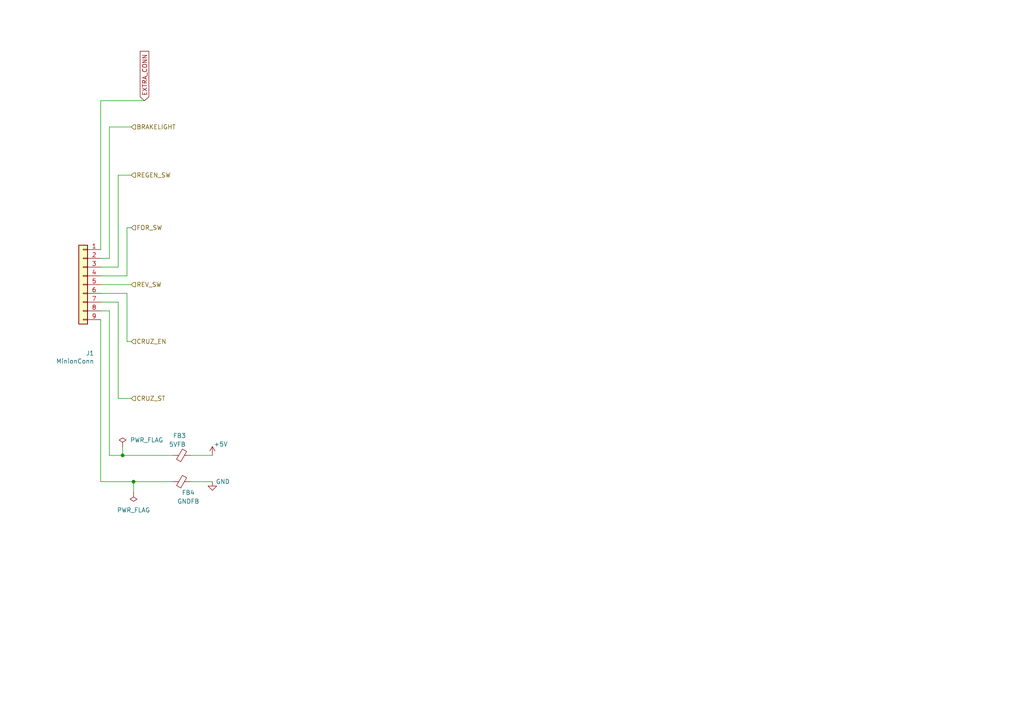
<source format=kicad_sch>
(kicad_sch (version 20230121) (generator eeschema)

  (uuid 8a904084-cb16-457f-9365-b5fbd4751c31)

  (paper "A4")

  (lib_symbols
    (symbol "Connector_Generic:Conn_01x09" (pin_names (offset 1.016) hide) (in_bom yes) (on_board yes)
      (property "Reference" "J" (at 0 12.7 0)
        (effects (font (size 1.27 1.27)))
      )
      (property "Value" "Conn_01x09" (at 0 -12.7 0)
        (effects (font (size 1.27 1.27)))
      )
      (property "Footprint" "" (at 0 0 0)
        (effects (font (size 1.27 1.27)) hide)
      )
      (property "Datasheet" "~" (at 0 0 0)
        (effects (font (size 1.27 1.27)) hide)
      )
      (property "ki_keywords" "connector" (at 0 0 0)
        (effects (font (size 1.27 1.27)) hide)
      )
      (property "ki_description" "Generic connector, single row, 01x09, script generated (kicad-library-utils/schlib/autogen/connector/)" (at 0 0 0)
        (effects (font (size 1.27 1.27)) hide)
      )
      (property "ki_fp_filters" "Connector*:*_1x??_*" (at 0 0 0)
        (effects (font (size 1.27 1.27)) hide)
      )
      (symbol "Conn_01x09_1_1"
        (rectangle (start -1.27 -10.033) (end 0 -10.287)
          (stroke (width 0.1524) (type default))
          (fill (type none))
        )
        (rectangle (start -1.27 -7.493) (end 0 -7.747)
          (stroke (width 0.1524) (type default))
          (fill (type none))
        )
        (rectangle (start -1.27 -4.953) (end 0 -5.207)
          (stroke (width 0.1524) (type default))
          (fill (type none))
        )
        (rectangle (start -1.27 -2.413) (end 0 -2.667)
          (stroke (width 0.1524) (type default))
          (fill (type none))
        )
        (rectangle (start -1.27 0.127) (end 0 -0.127)
          (stroke (width 0.1524) (type default))
          (fill (type none))
        )
        (rectangle (start -1.27 2.667) (end 0 2.413)
          (stroke (width 0.1524) (type default))
          (fill (type none))
        )
        (rectangle (start -1.27 5.207) (end 0 4.953)
          (stroke (width 0.1524) (type default))
          (fill (type none))
        )
        (rectangle (start -1.27 7.747) (end 0 7.493)
          (stroke (width 0.1524) (type default))
          (fill (type none))
        )
        (rectangle (start -1.27 10.287) (end 0 10.033)
          (stroke (width 0.1524) (type default))
          (fill (type none))
        )
        (rectangle (start -1.27 11.43) (end 1.27 -11.43)
          (stroke (width 0.254) (type default))
          (fill (type background))
        )
        (pin passive line (at -5.08 10.16 0) (length 3.81)
          (name "Pin_1" (effects (font (size 1.27 1.27))))
          (number "1" (effects (font (size 1.27 1.27))))
        )
        (pin passive line (at -5.08 7.62 0) (length 3.81)
          (name "Pin_2" (effects (font (size 1.27 1.27))))
          (number "2" (effects (font (size 1.27 1.27))))
        )
        (pin passive line (at -5.08 5.08 0) (length 3.81)
          (name "Pin_3" (effects (font (size 1.27 1.27))))
          (number "3" (effects (font (size 1.27 1.27))))
        )
        (pin passive line (at -5.08 2.54 0) (length 3.81)
          (name "Pin_4" (effects (font (size 1.27 1.27))))
          (number "4" (effects (font (size 1.27 1.27))))
        )
        (pin passive line (at -5.08 0 0) (length 3.81)
          (name "Pin_5" (effects (font (size 1.27 1.27))))
          (number "5" (effects (font (size 1.27 1.27))))
        )
        (pin passive line (at -5.08 -2.54 0) (length 3.81)
          (name "Pin_6" (effects (font (size 1.27 1.27))))
          (number "6" (effects (font (size 1.27 1.27))))
        )
        (pin passive line (at -5.08 -5.08 0) (length 3.81)
          (name "Pin_7" (effects (font (size 1.27 1.27))))
          (number "7" (effects (font (size 1.27 1.27))))
        )
        (pin passive line (at -5.08 -7.62 0) (length 3.81)
          (name "Pin_8" (effects (font (size 1.27 1.27))))
          (number "8" (effects (font (size 1.27 1.27))))
        )
        (pin passive line (at -5.08 -10.16 0) (length 3.81)
          (name "Pin_9" (effects (font (size 1.27 1.27))))
          (number "9" (effects (font (size 1.27 1.27))))
        )
      )
    )
    (symbol "Device:FerriteBead_Small" (pin_numbers hide) (pin_names (offset 0)) (in_bom yes) (on_board yes)
      (property "Reference" "FB" (at 1.905 1.27 0)
        (effects (font (size 1.27 1.27)) (justify left))
      )
      (property "Value" "FerriteBead_Small" (at 1.905 -1.27 0)
        (effects (font (size 1.27 1.27)) (justify left))
      )
      (property "Footprint" "" (at -1.778 0 90)
        (effects (font (size 1.27 1.27)) hide)
      )
      (property "Datasheet" "~" (at 0 0 0)
        (effects (font (size 1.27 1.27)) hide)
      )
      (property "ki_keywords" "L ferrite bead inductor filter" (at 0 0 0)
        (effects (font (size 1.27 1.27)) hide)
      )
      (property "ki_description" "Ferrite bead, small symbol" (at 0 0 0)
        (effects (font (size 1.27 1.27)) hide)
      )
      (property "ki_fp_filters" "Inductor_* L_* *Ferrite*" (at 0 0 0)
        (effects (font (size 1.27 1.27)) hide)
      )
      (symbol "FerriteBead_Small_0_1"
        (polyline
          (pts
            (xy 0 -1.27)
            (xy 0 -0.7874)
          )
          (stroke (width 0) (type default))
          (fill (type none))
        )
        (polyline
          (pts
            (xy 0 0.889)
            (xy 0 1.2954)
          )
          (stroke (width 0) (type default))
          (fill (type none))
        )
        (polyline
          (pts
            (xy -1.8288 0.2794)
            (xy -1.1176 1.4986)
            (xy 1.8288 -0.2032)
            (xy 1.1176 -1.4224)
            (xy -1.8288 0.2794)
          )
          (stroke (width 0) (type default))
          (fill (type none))
        )
      )
      (symbol "FerriteBead_Small_1_1"
        (pin passive line (at 0 2.54 270) (length 1.27)
          (name "~" (effects (font (size 1.27 1.27))))
          (number "1" (effects (font (size 1.27 1.27))))
        )
        (pin passive line (at 0 -2.54 90) (length 1.27)
          (name "~" (effects (font (size 1.27 1.27))))
          (number "2" (effects (font (size 1.27 1.27))))
        )
      )
    )
    (symbol "power:+5V" (power) (pin_names (offset 0)) (in_bom yes) (on_board yes)
      (property "Reference" "#PWR" (at 0 -3.81 0)
        (effects (font (size 1.27 1.27)) hide)
      )
      (property "Value" "+5V" (at 0 3.556 0)
        (effects (font (size 1.27 1.27)))
      )
      (property "Footprint" "" (at 0 0 0)
        (effects (font (size 1.27 1.27)) hide)
      )
      (property "Datasheet" "" (at 0 0 0)
        (effects (font (size 1.27 1.27)) hide)
      )
      (property "ki_keywords" "power-flag" (at 0 0 0)
        (effects (font (size 1.27 1.27)) hide)
      )
      (property "ki_description" "Power symbol creates a global label with name \"+5V\"" (at 0 0 0)
        (effects (font (size 1.27 1.27)) hide)
      )
      (symbol "+5V_0_1"
        (polyline
          (pts
            (xy -0.762 1.27)
            (xy 0 2.54)
          )
          (stroke (width 0) (type default))
          (fill (type none))
        )
        (polyline
          (pts
            (xy 0 0)
            (xy 0 2.54)
          )
          (stroke (width 0) (type default))
          (fill (type none))
        )
        (polyline
          (pts
            (xy 0 2.54)
            (xy 0.762 1.27)
          )
          (stroke (width 0) (type default))
          (fill (type none))
        )
      )
      (symbol "+5V_1_1"
        (pin power_in line (at 0 0 90) (length 0) hide
          (name "+5V" (effects (font (size 1.27 1.27))))
          (number "1" (effects (font (size 1.27 1.27))))
        )
      )
    )
    (symbol "power:GND" (power) (pin_names (offset 0)) (in_bom yes) (on_board yes)
      (property "Reference" "#PWR" (at 0 -6.35 0)
        (effects (font (size 1.27 1.27)) hide)
      )
      (property "Value" "GND" (at 0 -3.81 0)
        (effects (font (size 1.27 1.27)))
      )
      (property "Footprint" "" (at 0 0 0)
        (effects (font (size 1.27 1.27)) hide)
      )
      (property "Datasheet" "" (at 0 0 0)
        (effects (font (size 1.27 1.27)) hide)
      )
      (property "ki_keywords" "power-flag" (at 0 0 0)
        (effects (font (size 1.27 1.27)) hide)
      )
      (property "ki_description" "Power symbol creates a global label with name \"GND\" , ground" (at 0 0 0)
        (effects (font (size 1.27 1.27)) hide)
      )
      (symbol "GND_0_1"
        (polyline
          (pts
            (xy 0 0)
            (xy 0 -1.27)
            (xy 1.27 -1.27)
            (xy 0 -2.54)
            (xy -1.27 -1.27)
            (xy 0 -1.27)
          )
          (stroke (width 0) (type default))
          (fill (type none))
        )
      )
      (symbol "GND_1_1"
        (pin power_in line (at 0 0 270) (length 0) hide
          (name "GND" (effects (font (size 1.27 1.27))))
          (number "1" (effects (font (size 1.27 1.27))))
        )
      )
    )
    (symbol "power:PWR_FLAG" (power) (pin_numbers hide) (pin_names (offset 0) hide) (in_bom yes) (on_board yes)
      (property "Reference" "#FLG" (at 0 1.905 0)
        (effects (font (size 1.27 1.27)) hide)
      )
      (property "Value" "PWR_FLAG" (at 0 3.81 0)
        (effects (font (size 1.27 1.27)))
      )
      (property "Footprint" "" (at 0 0 0)
        (effects (font (size 1.27 1.27)) hide)
      )
      (property "Datasheet" "~" (at 0 0 0)
        (effects (font (size 1.27 1.27)) hide)
      )
      (property "ki_keywords" "power-flag" (at 0 0 0)
        (effects (font (size 1.27 1.27)) hide)
      )
      (property "ki_description" "Special symbol for telling ERC where power comes from" (at 0 0 0)
        (effects (font (size 1.27 1.27)) hide)
      )
      (symbol "PWR_FLAG_0_0"
        (pin power_out line (at 0 0 90) (length 0)
          (name "pwr" (effects (font (size 1.27 1.27))))
          (number "1" (effects (font (size 1.27 1.27))))
        )
      )
      (symbol "PWR_FLAG_0_1"
        (polyline
          (pts
            (xy 0 0)
            (xy 0 1.27)
            (xy -1.016 1.905)
            (xy 0 2.54)
            (xy 1.016 1.905)
            (xy 0 1.27)
          )
          (stroke (width 0) (type default))
          (fill (type none))
        )
      )
    )
  )

  (junction (at 38.735 139.7) (diameter 0) (color 0 0 0 0)
    (uuid 6b8032eb-3c48-424b-95a5-db51657410f0)
  )
  (junction (at 35.56 132.08) (diameter 0) (color 0 0 0 0)
    (uuid e5560833-6ce2-467b-a1f2-8ea8b255781f)
  )

  (wire (pts (xy 35.56 129.54) (xy 35.56 132.08))
    (stroke (width 0) (type default))
    (uuid 055fc01c-b90e-4fd6-bb94-b47d13a13ddc)
  )
  (wire (pts (xy 29.21 85.09) (xy 36.83 85.09))
    (stroke (width 0) (type default))
    (uuid 0a70bf80-c3c2-4827-8e78-eed113c637db)
  )
  (wire (pts (xy 31.75 90.17) (xy 29.21 90.17))
    (stroke (width 0) (type default))
    (uuid 0c88be7b-0681-4106-bb95-02e9adc78f33)
  )
  (wire (pts (xy 35.56 132.08) (xy 50.165 132.08))
    (stroke (width 0) (type default))
    (uuid 181e4953-24bc-406d-9199-dcd90155c242)
  )
  (wire (pts (xy 29.21 92.71) (xy 29.21 139.7))
    (stroke (width 0) (type default))
    (uuid 32b3da21-6364-4b4f-b927-07dc6cd0a384)
  )
  (wire (pts (xy 36.83 66.04) (xy 38.1 66.04))
    (stroke (width 0) (type default))
    (uuid 42299537-a843-4b45-addc-120dc5683134)
  )
  (wire (pts (xy 34.29 50.8) (xy 34.29 77.47))
    (stroke (width 0) (type default))
    (uuid 464d1813-1800-4ca1-b630-9266d837890a)
  )
  (wire (pts (xy 36.83 99.06) (xy 38.1 99.06))
    (stroke (width 0) (type default))
    (uuid 4c835d69-c20a-45b7-a086-a8d3047961ab)
  )
  (wire (pts (xy 34.29 115.57) (xy 38.1 115.57))
    (stroke (width 0) (type default))
    (uuid 5297a90d-94da-47a9-be96-4ab243db6c66)
  )
  (wire (pts (xy 34.29 77.47) (xy 29.21 77.47))
    (stroke (width 0) (type default))
    (uuid 6b09c948-5b36-4616-b5e2-1410f1d3521a)
  )
  (wire (pts (xy 34.29 50.8) (xy 38.1 50.8))
    (stroke (width 0) (type default))
    (uuid 76fc7d50-d83e-448b-9737-f877eebae3e1)
  )
  (wire (pts (xy 36.83 80.01) (xy 29.21 80.01))
    (stroke (width 0) (type default))
    (uuid 7e83b6b8-cf10-4019-8797-520b563d075d)
  )
  (wire (pts (xy 31.75 132.08) (xy 31.75 90.17))
    (stroke (width 0) (type default))
    (uuid 81c12f78-28c8-4f39-99b7-3cf97ffd31c5)
  )
  (wire (pts (xy 31.75 36.83) (xy 38.1 36.83))
    (stroke (width 0) (type default))
    (uuid 8644ebe9-043f-4192-8b10-8d86c45d42bb)
  )
  (wire (pts (xy 34.29 87.63) (xy 34.29 115.57))
    (stroke (width 0) (type default))
    (uuid 985f52c8-d31b-4b43-bec1-2c3305fd9eb3)
  )
  (wire (pts (xy 29.21 82.55) (xy 38.1 82.55))
    (stroke (width 0) (type default))
    (uuid a491dcfa-4178-462c-81f2-b913b1f30283)
  )
  (wire (pts (xy 31.75 74.93) (xy 29.21 74.93))
    (stroke (width 0) (type default))
    (uuid a8fd0607-2b43-4a5c-bf17-565d1c7ea8c0)
  )
  (wire (pts (xy 29.21 87.63) (xy 34.29 87.63))
    (stroke (width 0) (type default))
    (uuid b39114ba-a73b-4de6-93b3-56f51afe7fc5)
  )
  (wire (pts (xy 38.735 139.7) (xy 50.165 139.7))
    (stroke (width 0) (type default))
    (uuid c04dc318-6857-4e0a-a2a9-12dcd3e03674)
  )
  (wire (pts (xy 55.245 132.08) (xy 61.595 132.08))
    (stroke (width 0) (type default))
    (uuid c0e8691e-c14c-4d28-bc4b-2a5f00e1d6e4)
  )
  (wire (pts (xy 29.21 139.7) (xy 38.735 139.7))
    (stroke (width 0) (type default))
    (uuid c901457e-a75c-43c5-84b1-97f124a27ed9)
  )
  (wire (pts (xy 31.75 36.83) (xy 31.75 74.93))
    (stroke (width 0) (type default))
    (uuid e2dca30b-fddd-4d9a-825f-19591120bcc7)
  )
  (wire (pts (xy 38.735 142.875) (xy 38.735 139.7))
    (stroke (width 0) (type default))
    (uuid e562787b-adae-4c73-a179-a6bc8bfded8b)
  )
  (wire (pts (xy 41.91 29.21) (xy 29.21 29.21))
    (stroke (width 0) (type default))
    (uuid e9f97c10-64eb-4a6e-a6ea-23d79974f77b)
  )
  (wire (pts (xy 55.245 139.7) (xy 61.595 139.7))
    (stroke (width 0) (type default))
    (uuid eda487db-8078-4ff7-9d4a-e1ceb98563f2)
  )
  (wire (pts (xy 29.21 29.21) (xy 29.21 72.39))
    (stroke (width 0) (type default))
    (uuid f1860f9d-ff40-462e-90a8-a995312a2498)
  )
  (wire (pts (xy 36.83 85.09) (xy 36.83 99.06))
    (stroke (width 0) (type default))
    (uuid f30633da-df28-4858-acb9-412779d625b7)
  )
  (wire (pts (xy 36.83 66.04) (xy 36.83 80.01))
    (stroke (width 0) (type default))
    (uuid f5fe51f8-3f93-4fff-b989-3aa7964a7ebb)
  )
  (wire (pts (xy 31.75 132.08) (xy 35.56 132.08))
    (stroke (width 0) (type default))
    (uuid f83921a7-58fb-488f-9d5e-9347a7d394b0)
  )

  (global_label "EXTRA_CONN" (shape input) (at 41.91 29.21 90) (fields_autoplaced)
    (effects (font (size 1.27 1.27)) (justify left))
    (uuid df6b054b-c86b-4a9d-bbc4-7882a7cc5aea)
    (property "Intersheetrefs" "${INTERSHEET_REFS}" (at 41.91 15.0446 90)
      (effects (font (size 1.27 1.27)) (justify left) hide)
    )
  )

  (hierarchical_label "BRAKELIGHT" (shape input) (at 38.1 36.83 0) (fields_autoplaced)
    (effects (font (size 1.27 1.27)) (justify left))
    (uuid 05a72fce-f8c5-431d-b841-4cd028414048)
  )
  (hierarchical_label "CRUZ_ST" (shape input) (at 38.1 115.57 0) (fields_autoplaced)
    (effects (font (size 1.27 1.27)) (justify left))
    (uuid 2d9fc833-0cfd-4900-898b-b84d65dc91b7)
  )
  (hierarchical_label "REV_SW" (shape input) (at 38.1 82.55 0) (fields_autoplaced)
    (effects (font (size 1.27 1.27)) (justify left))
    (uuid 3b870212-11f0-46cb-ae4b-0fa10480c7b3)
  )
  (hierarchical_label "FOR_SW" (shape input) (at 38.1 66.04 0) (fields_autoplaced)
    (effects (font (size 1.27 1.27)) (justify left))
    (uuid 44847d8e-f520-476b-9107-cc7ad2557586)
  )
  (hierarchical_label "CRUZ_EN" (shape input) (at 38.1 99.06 0) (fields_autoplaced)
    (effects (font (size 1.27 1.27)) (justify left))
    (uuid aab4fce4-5c17-4bf8-97ef-421a6acb7a13)
  )
  (hierarchical_label "REGEN_SW" (shape input) (at 38.1 50.8 0) (fields_autoplaced)
    (effects (font (size 1.27 1.27)) (justify left))
    (uuid e9ad5255-f05f-4a79-9610-6eb239d4be4d)
  )

  (symbol (lib_id "Connector_Generic:Conn_01x09") (at 24.13 82.55 0) (mirror y) (unit 1)
    (in_bom yes) (on_board yes) (dnp no)
    (uuid 016eeb85-a6ca-4f22-8648-527d8b40b54e)
    (property "Reference" "J1" (at 27.305 102.4636 0)
      (effects (font (size 1.27 1.27)) (justify left))
    )
    (property "Value" "MinionConn" (at 27.305 104.775 0)
      (effects (font (size 1.27 1.27)) (justify left))
    )
    (property "Footprint" "Connector_Molex:Molex_Micro-Fit_3.0_43650-0900_1x09_P3.00mm_Horizontal" (at 24.13 82.55 0)
      (effects (font (size 1.27 1.27)) hide)
    )
    (property "Datasheet" "https://www.molex.com/content/dam/molex/molex-dot-com/products/automated/en-us/productspecificationpdf/436/43650/PS-43650-001.pdf?inline" (at 24.13 82.55 0)
      (effects (font (size 1.27 1.27)) hide)
    )
    (property "P/N" "43650-0900" (at 24.13 82.55 0)
      (effects (font (size 1.27 1.27)) hide)
    )
    (pin "1" (uuid afc12d16-89ef-498a-a76e-3afe12642faf))
    (pin "2" (uuid 4caef4c1-bb19-4fd4-9dc4-66c9b72383c7))
    (pin "3" (uuid ddb3e311-b23b-42ad-9e35-a7c87ea240aa))
    (pin "4" (uuid 978c0400-cc50-4e8c-8b66-e59293f21be8))
    (pin "5" (uuid 465eca16-29dd-4ee0-bd40-33c45946b582))
    (pin "6" (uuid 6bcdc458-018b-4a3a-baf1-44d9dec2a215))
    (pin "7" (uuid a5a2c6bb-ffe3-4882-954f-0b68d5a6a568))
    (pin "8" (uuid adcd33cd-28ba-4034-9ad4-a1ddce137a71))
    (pin "9" (uuid 1b4eff9f-d3b5-47cd-bfa2-8afe64de2e03))
    (instances
      (project "Controls-LightingPCB"
        (path "/229b82f0-5048-47d6-8bc8-0bcee42eb4bc"
          (reference "J1") (unit 1)
        )
        (path "/229b82f0-5048-47d6-8bc8-0bcee42eb4bc/878def96-76f6-45ed-b005-573a6523d263"
          (reference "J1") (unit 1)
        )
      )
    )
  )

  (symbol (lib_id "Device:FerriteBead_Small") (at 52.705 139.7 90) (unit 1)
    (in_bom yes) (on_board yes) (dnp no)
    (uuid 31091194-7679-4776-97c9-459b943e2809)
    (property "Reference" "FB4" (at 54.61 142.875 90)
      (effects (font (size 1.27 1.27)))
    )
    (property "Value" "GNDFB" (at 54.61 145.415 90)
      (effects (font (size 1.27 1.27)))
    )
    (property "Footprint" "Inductor_SMD:L_0805_2012Metric" (at 52.705 141.478 90)
      (effects (font (size 1.27 1.27)) hide)
    )
    (property "Datasheet" "https://www.mouser.com/ProductDetail/704-MFBW1V2012-121-R" (at 52.705 139.7 0)
      (effects (font (size 1.27 1.27)) hide)
    )
    (property "P/N" "MFBW1V2012-121-R" (at 52.705 139.7 90)
      (effects (font (size 1.27 1.27)) hide)
    )
    (pin "1" (uuid 1d5912b9-ee83-4e4e-8ed7-bcd64083b6cf))
    (pin "2" (uuid de818bf4-c2db-4e79-a545-00caca282b13))
    (instances
      (project "Controls-LightingPCB"
        (path "/229b82f0-5048-47d6-8bc8-0bcee42eb4bc"
          (reference "FB4") (unit 1)
        )
        (path "/229b82f0-5048-47d6-8bc8-0bcee42eb4bc/878def96-76f6-45ed-b005-573a6523d263"
          (reference "FB4") (unit 1)
        )
      )
    )
  )

  (symbol (lib_id "power:PWR_FLAG") (at 38.735 142.875 180) (unit 1)
    (in_bom yes) (on_board yes) (dnp no) (fields_autoplaced)
    (uuid 386e2880-eb51-482b-a16a-c564eeec46fe)
    (property "Reference" "#FLG04" (at 38.735 144.78 0)
      (effects (font (size 1.27 1.27)) hide)
    )
    (property "Value" "PWR_FLAG" (at 38.735 147.955 0)
      (effects (font (size 1.27 1.27)))
    )
    (property "Footprint" "" (at 38.735 142.875 0)
      (effects (font (size 1.27 1.27)) hide)
    )
    (property "Datasheet" "~" (at 38.735 142.875 0)
      (effects (font (size 1.27 1.27)) hide)
    )
    (pin "1" (uuid 79d0fd77-e2d7-4c41-87a5-94a668add234))
    (instances
      (project "Controls-LightingPCB"
        (path "/229b82f0-5048-47d6-8bc8-0bcee42eb4bc"
          (reference "#FLG04") (unit 1)
        )
        (path "/229b82f0-5048-47d6-8bc8-0bcee42eb4bc/878def96-76f6-45ed-b005-573a6523d263"
          (reference "#FLG04") (unit 1)
        )
      )
    )
  )

  (symbol (lib_id "Device:FerriteBead_Small") (at 52.705 132.08 90) (unit 1)
    (in_bom no) (on_board yes) (dnp no)
    (uuid 58a142f5-9c95-4e7e-b87e-4569f058c53a)
    (property "Reference" "FB3" (at 52.07 126.365 90)
      (effects (font (size 1.27 1.27)))
    )
    (property "Value" "5VFB" (at 51.435 128.905 90)
      (effects (font (size 1.27 1.27)))
    )
    (property "Footprint" "Inductor_SMD:L_0805_2012Metric" (at 52.705 133.858 90)
      (effects (font (size 1.27 1.27)) hide)
    )
    (property "Datasheet" "https://www.mouser.com/ProductDetail/704-MFBW1V2012-121-R" (at 52.705 132.08 0)
      (effects (font (size 1.27 1.27)) hide)
    )
    (property "P/N" "MFBW1V2012-121-R" (at 52.705 132.08 90)
      (effects (font (size 1.27 1.27)) hide)
    )
    (pin "1" (uuid e0c9aa32-bae9-4a92-b618-37d01d2ee1ae))
    (pin "2" (uuid b04ebdeb-07e7-474d-9445-4460d458095e))
    (instances
      (project "Controls-LightingPCB"
        (path "/229b82f0-5048-47d6-8bc8-0bcee42eb4bc"
          (reference "FB3") (unit 1)
        )
        (path "/229b82f0-5048-47d6-8bc8-0bcee42eb4bc/878def96-76f6-45ed-b005-573a6523d263"
          (reference "FB3") (unit 1)
        )
      )
    )
  )

  (symbol (lib_id "power:PWR_FLAG") (at 35.56 129.54 0) (unit 1)
    (in_bom yes) (on_board yes) (dnp no)
    (uuid 6a9299a1-ccc4-4727-94e4-b41539d38c7d)
    (property "Reference" "#FLG01" (at 35.56 127.635 0)
      (effects (font (size 1.27 1.27)) hide)
    )
    (property "Value" "PWR_FLAG" (at 42.545 127.635 0)
      (effects (font (size 1.27 1.27)))
    )
    (property "Footprint" "" (at 35.56 129.54 0)
      (effects (font (size 1.27 1.27)) hide)
    )
    (property "Datasheet" "~" (at 35.56 129.54 0)
      (effects (font (size 1.27 1.27)) hide)
    )
    (pin "1" (uuid 7529a100-4cdc-42a8-a0c4-423d59a97402))
    (instances
      (project "Controls-LightingPCB"
        (path "/229b82f0-5048-47d6-8bc8-0bcee42eb4bc"
          (reference "#FLG01") (unit 1)
        )
        (path "/229b82f0-5048-47d6-8bc8-0bcee42eb4bc/878def96-76f6-45ed-b005-573a6523d263"
          (reference "#FLG01") (unit 1)
        )
      )
    )
  )

  (symbol (lib_id "power:+5V") (at 61.595 132.08 0) (unit 1)
    (in_bom yes) (on_board yes) (dnp no)
    (uuid 99f4234f-57a2-4aca-85a4-bee076fd0c12)
    (property "Reference" "#PWR013" (at 61.595 135.89 0)
      (effects (font (size 1.27 1.27)) hide)
    )
    (property "Value" "+5V" (at 61.976 128.8288 0)
      (effects (font (size 1.27 1.27)) (justify left))
    )
    (property "Footprint" "" (at 61.595 132.08 0)
      (effects (font (size 1.27 1.27)) hide)
    )
    (property "Datasheet" "" (at 61.595 132.08 0)
      (effects (font (size 1.27 1.27)) hide)
    )
    (pin "1" (uuid 134a2c51-6486-4a61-8ec0-9a666e12fcae))
    (instances
      (project "Controls-LightingPCB"
        (path "/229b82f0-5048-47d6-8bc8-0bcee42eb4bc"
          (reference "#PWR013") (unit 1)
        )
        (path "/229b82f0-5048-47d6-8bc8-0bcee42eb4bc/878def96-76f6-45ed-b005-573a6523d263"
          (reference "#PWR013") (unit 1)
        )
      )
    )
  )

  (symbol (lib_id "power:GND") (at 61.595 139.7 0) (unit 1)
    (in_bom yes) (on_board yes) (dnp no)
    (uuid a5a9c9be-24a1-48b2-9e38-6b638d5368e7)
    (property "Reference" "#PWR0101" (at 61.595 146.05 0)
      (effects (font (size 1.27 1.27)) hide)
    )
    (property "Value" "GND" (at 66.675 139.7 0)
      (effects (font (size 1.27 1.27)) (justify right))
    )
    (property "Footprint" "" (at 61.595 139.7 0)
      (effects (font (size 1.27 1.27)) hide)
    )
    (property "Datasheet" "" (at 61.595 139.7 0)
      (effects (font (size 1.27 1.27)) hide)
    )
    (pin "1" (uuid 96b452dc-d608-48a9-a112-36eb566af8e1))
    (instances
      (project "Controls-LightingPCB"
        (path "/229b82f0-5048-47d6-8bc8-0bcee42eb4bc"
          (reference "#PWR0101") (unit 1)
        )
        (path "/229b82f0-5048-47d6-8bc8-0bcee42eb4bc/878def96-76f6-45ed-b005-573a6523d263"
          (reference "#PWR037") (unit 1)
        )
      )
    )
  )
)

</source>
